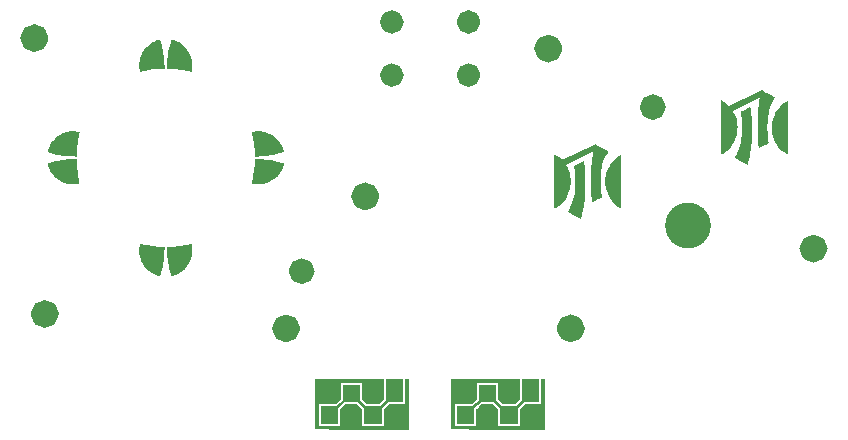
<source format=gbr>
%TF.GenerationSoftware,KiCad,Pcbnew,8.0.4*%
%TF.CreationDate,2024-08-10T15:07:54-04:00*%
%TF.ProjectId,sp-slab-osh,73702d73-6c61-4622-9d6f-73682e6b6963,rev?*%
%TF.SameCoordinates,Original*%
%TF.FileFunction,Soldermask,Top*%
%TF.FilePolarity,Negative*%
%FSLAX46Y46*%
G04 Gerber Fmt 4.6, Leading zero omitted, Abs format (unit mm)*
G04 Created by KiCad (PCBNEW 8.0.4) date 2024-08-10 15:07:54*
%MOMM*%
%LPD*%
G01*
G04 APERTURE LIST*
%ADD10C,0.000000*%
%ADD11C,1.200000*%
%ADD12C,1.000000*%
%ADD13C,1.100000*%
%ADD14C,1.950000*%
G04 APERTURE END LIST*
D10*
G36*
X63189420Y-77825030D02*
G01*
X63295510Y-77828860D01*
X63295870Y-77828880D01*
X63331940Y-77831480D01*
X63332100Y-77831500D01*
X63373160Y-77835150D01*
X63373300Y-77835160D01*
X63413380Y-77839300D01*
X63413540Y-77839320D01*
X63437130Y-77842120D01*
X63437340Y-77842140D01*
X63463830Y-77845870D01*
X63464000Y-77845890D01*
X63495220Y-77850840D01*
X63495340Y-77850860D01*
X63529540Y-77856700D01*
X63529630Y-77856710D01*
X63565060Y-77863100D01*
X63565150Y-77863110D01*
X63600050Y-77869710D01*
X63600140Y-77869720D01*
X63632750Y-77876180D01*
X63632860Y-77876210D01*
X63661430Y-77882200D01*
X63661600Y-77882240D01*
X63684360Y-77887420D01*
X63684710Y-77887510D01*
X63699920Y-77891550D01*
X63701150Y-77891970D01*
X63706930Y-77894340D01*
X63712350Y-77899740D01*
X63713120Y-77903790D01*
X63712990Y-77910090D01*
X63712870Y-77911440D01*
X63710450Y-77926860D01*
X63710400Y-77927190D01*
X63706010Y-77950110D01*
X63705980Y-77950280D01*
X63699940Y-77979080D01*
X63699910Y-77979210D01*
X63692530Y-78012280D01*
X63692510Y-78012350D01*
X63689430Y-78025700D01*
X63630880Y-78297880D01*
X63580930Y-78576300D01*
X63539700Y-78860120D01*
X63507290Y-79148630D01*
X63483830Y-79440970D01*
X63483340Y-79448720D01*
X63480460Y-79496530D01*
X63477590Y-79549070D01*
X63474790Y-79604520D01*
X63472160Y-79661020D01*
X63469760Y-79716730D01*
X63467670Y-79769800D01*
X63465970Y-79818360D01*
X63464740Y-79860580D01*
X63464060Y-79894490D01*
X63463950Y-79908730D01*
X63463880Y-79955100D01*
X63460940Y-79962160D01*
X63453710Y-79965080D01*
X63239740Y-79961490D01*
X63239590Y-79961490D01*
X62985100Y-79953490D01*
X62984790Y-79953470D01*
X62737290Y-79938030D01*
X62736970Y-79938010D01*
X62495150Y-79914950D01*
X62494810Y-79914910D01*
X62257360Y-79884070D01*
X62257010Y-79884020D01*
X62022600Y-79845220D01*
X62022260Y-79845160D01*
X61789590Y-79798240D01*
X61789250Y-79798160D01*
X61556990Y-79742940D01*
X61556830Y-79742900D01*
X61554680Y-79742350D01*
X61554620Y-79742340D01*
X61506790Y-79729780D01*
X61506690Y-79729750D01*
X61455860Y-79715840D01*
X61455780Y-79715820D01*
X61402990Y-79700870D01*
X61402920Y-79700850D01*
X61349230Y-79685220D01*
X61349160Y-79685200D01*
X61295620Y-79669210D01*
X61295560Y-79669190D01*
X61243210Y-79653180D01*
X61243150Y-79653160D01*
X61193050Y-79637460D01*
X61192980Y-79637430D01*
X61146190Y-79622370D01*
X61146100Y-79622340D01*
X61103660Y-79608260D01*
X61103550Y-79608220D01*
X61066520Y-79595450D01*
X61066360Y-79595400D01*
X61035780Y-79584270D01*
X61035510Y-79584170D01*
X61012440Y-79575020D01*
X61011860Y-79574770D01*
X60997350Y-79567930D01*
X60995170Y-79566540D01*
X60990270Y-79562410D01*
X60986740Y-79555620D01*
X60986810Y-79553290D01*
X60988410Y-79542500D01*
X60988560Y-79541740D01*
X60992990Y-79522410D01*
X60993060Y-79522130D01*
X60999770Y-79496230D01*
X60999820Y-79496070D01*
X61008260Y-79465570D01*
X61008290Y-79465450D01*
X61017920Y-79432310D01*
X61017950Y-79432200D01*
X61028200Y-79398400D01*
X61028240Y-79398280D01*
X61038560Y-79365780D01*
X61038590Y-79365670D01*
X61043420Y-79351100D01*
X61043550Y-79350720D01*
X61098050Y-79205850D01*
X61098320Y-79205200D01*
X61162770Y-79064720D01*
X61163080Y-79064090D01*
X61237100Y-78928530D01*
X61237450Y-78927930D01*
X61320640Y-78797800D01*
X61321030Y-78797240D01*
X61413010Y-78673070D01*
X61413440Y-78672530D01*
X61513810Y-78554840D01*
X61514280Y-78554330D01*
X61622660Y-78443640D01*
X61623160Y-78443170D01*
X61739170Y-78340000D01*
X61739700Y-78339550D01*
X61862940Y-78244420D01*
X61863250Y-78244190D01*
X61876010Y-78235110D01*
X61876320Y-78234890D01*
X62007070Y-78149120D01*
X62007670Y-78148760D01*
X62143240Y-78072740D01*
X62143860Y-78072420D01*
X62283740Y-78006320D01*
X62284380Y-78006040D01*
X62428060Y-77949990D01*
X62428720Y-77949760D01*
X62575680Y-77903910D01*
X62576350Y-77903730D01*
X62726080Y-77868230D01*
X62726770Y-77868090D01*
X62878750Y-77843090D01*
X62879450Y-77843000D01*
X63033170Y-77828640D01*
X63033870Y-77828600D01*
X63188820Y-77825020D01*
X63189420Y-77825030D01*
G37*
G36*
X78935580Y-77830640D02*
G01*
X78936180Y-77830660D01*
X79072500Y-77839420D01*
X79073150Y-77839480D01*
X79206470Y-77856730D01*
X79207120Y-77856840D01*
X79339810Y-77882890D01*
X79340390Y-77883020D01*
X79462660Y-77914640D01*
X79463260Y-77914810D01*
X79610410Y-77962710D01*
X79611070Y-77962960D01*
X79753660Y-78020700D01*
X79754290Y-78020980D01*
X79891910Y-78088160D01*
X79892520Y-78088490D01*
X80024740Y-78164720D01*
X80025320Y-78165080D01*
X80151740Y-78249960D01*
X80152280Y-78250360D01*
X80272470Y-78343500D01*
X80272990Y-78343930D01*
X80386520Y-78444920D01*
X80387010Y-78445390D01*
X80493490Y-78553840D01*
X80493940Y-78554340D01*
X80592930Y-78669850D01*
X80593350Y-78670380D01*
X80684440Y-78792560D01*
X80684830Y-78793120D01*
X80767600Y-78921570D01*
X80767950Y-78922160D01*
X80841990Y-79056480D01*
X80842300Y-79057090D01*
X80907180Y-79196890D01*
X80907450Y-79197520D01*
X80961340Y-79338270D01*
X80961490Y-79338680D01*
X80972750Y-79372450D01*
X80972800Y-79372610D01*
X80983920Y-79407880D01*
X80983960Y-79408020D01*
X80994460Y-79443080D01*
X80994500Y-79443210D01*
X81003910Y-79476340D01*
X81003960Y-79476500D01*
X81011810Y-79505980D01*
X81011860Y-79506210D01*
X81017680Y-79530340D01*
X81017780Y-79530780D01*
X81021090Y-79547830D01*
X81021260Y-79549320D01*
X81021600Y-79557560D01*
X81018970Y-79564750D01*
X81016950Y-79566430D01*
X81011030Y-79570160D01*
X81009640Y-79570900D01*
X80994420Y-79577430D01*
X80994050Y-79577580D01*
X80970770Y-79586490D01*
X80970600Y-79586560D01*
X80940520Y-79597430D01*
X80940410Y-79597470D01*
X80904790Y-79609890D01*
X80904710Y-79609910D01*
X80864800Y-79623450D01*
X80864730Y-79623470D01*
X80821780Y-79637710D01*
X80821730Y-79637730D01*
X80777000Y-79652240D01*
X80776940Y-79652260D01*
X80731680Y-79666640D01*
X80731620Y-79666660D01*
X80687090Y-79680480D01*
X80687010Y-79680500D01*
X80644470Y-79693350D01*
X80644370Y-79693370D01*
X80605060Y-79704820D01*
X80604990Y-79704840D01*
X80600790Y-79706030D01*
X80600590Y-79706080D01*
X80361880Y-79768500D01*
X80361500Y-79768590D01*
X80116490Y-79822710D01*
X80116130Y-79822780D01*
X79866030Y-79868420D01*
X79865670Y-79868480D01*
X79611680Y-79905450D01*
X79611330Y-79905490D01*
X79354670Y-79933600D01*
X79354310Y-79933640D01*
X79096170Y-79952700D01*
X79095930Y-79952710D01*
X78998460Y-79957510D01*
X78998350Y-79957520D01*
X78946760Y-79959510D01*
X78946700Y-79959520D01*
X78892460Y-79961270D01*
X78892400Y-79961270D01*
X78837320Y-79962750D01*
X78837270Y-79962750D01*
X78783140Y-79963920D01*
X78783090Y-79963920D01*
X78731720Y-79964760D01*
X78731650Y-79964760D01*
X78684840Y-79965220D01*
X78684750Y-79965220D01*
X78644290Y-79965290D01*
X78644160Y-79965290D01*
X78611850Y-79964920D01*
X78611660Y-79964920D01*
X78596950Y-79964480D01*
X78596840Y-79964470D01*
X78557810Y-79962870D01*
X78550860Y-79959660D01*
X78548220Y-79953230D01*
X78541530Y-79761570D01*
X78532020Y-79546110D01*
X78518730Y-79338650D01*
X78501450Y-79137110D01*
X78479920Y-78938830D01*
X78453950Y-78741730D01*
X78423260Y-78543170D01*
X78421590Y-78533110D01*
X78407370Y-78450890D01*
X78391620Y-78365300D01*
X78374860Y-78278870D01*
X78357490Y-78193660D01*
X78340060Y-78112290D01*
X78323060Y-78037150D01*
X78306920Y-77970400D01*
X78306050Y-77966940D01*
X78306040Y-77966920D01*
X78300340Y-77944110D01*
X78300320Y-77944050D01*
X78295810Y-77925510D01*
X78295780Y-77925400D01*
X78293040Y-77913570D01*
X78292950Y-77913160D01*
X78292400Y-77910210D01*
X78293970Y-77902720D01*
X78297710Y-77899430D01*
X78302850Y-77896840D01*
X78304540Y-77896170D01*
X78318750Y-77892000D01*
X78319160Y-77891890D01*
X78340660Y-77886540D01*
X78340860Y-77886490D01*
X78367870Y-77880390D01*
X78368010Y-77880360D01*
X78398730Y-77873890D01*
X78398860Y-77873860D01*
X78431510Y-77867440D01*
X78431640Y-77867410D01*
X78460550Y-77862130D01*
X78460740Y-77862090D01*
X78527010Y-77851250D01*
X78527310Y-77851210D01*
X78589090Y-77842980D01*
X78589430Y-77842940D01*
X78650500Y-77836960D01*
X78650840Y-77836940D01*
X78714980Y-77832850D01*
X78715260Y-77832830D01*
X78786240Y-77830260D01*
X78786360Y-77830260D01*
X78793620Y-77830080D01*
X78793910Y-77830080D01*
X78935580Y-77830640D01*
G37*
D11*
X61363030Y-93295350D02*
G75*
G02*
X60163030Y-93295350I-600000J0D01*
G01*
X60163030Y-93295350D02*
G75*
G02*
X61363030Y-93295350I600000J0D01*
G01*
D10*
G36*
X121543220Y-74371790D02*
G01*
X121546890Y-74373090D01*
X121630690Y-74423030D01*
X121633580Y-74425650D01*
X121691890Y-74503850D01*
X121693560Y-74507370D01*
X121717500Y-74601930D01*
X121717700Y-74605830D01*
X121703630Y-74702360D01*
X121702330Y-74706030D01*
X121652390Y-74789830D01*
X121649770Y-74792720D01*
X121571570Y-74851030D01*
X121569890Y-74852040D01*
X118994520Y-76077990D01*
X119055700Y-76172550D01*
X119056150Y-76173320D01*
X119164220Y-76378080D01*
X119164590Y-76378870D01*
X119254240Y-76592190D01*
X119254550Y-76593010D01*
X119325270Y-76813390D01*
X119325500Y-76814230D01*
X119376800Y-77040190D01*
X119376950Y-77041050D01*
X119408310Y-77271070D01*
X119408390Y-77271960D01*
X119419290Y-77504550D01*
X119419300Y-77505450D01*
X119409250Y-77739120D01*
X119409160Y-77740030D01*
X119377650Y-77973280D01*
X119377520Y-77974020D01*
X119346710Y-78118880D01*
X119346520Y-78119610D01*
X119280760Y-78343830D01*
X119280460Y-78344690D01*
X119194300Y-78563000D01*
X119193940Y-78563800D01*
X119088700Y-78774100D01*
X119088280Y-78774860D01*
X118965290Y-78975050D01*
X118964800Y-78975770D01*
X118825390Y-79163770D01*
X118824830Y-79164460D01*
X118670300Y-79338150D01*
X118669660Y-79338810D01*
X118501350Y-79496110D01*
X118500900Y-79496510D01*
X118452920Y-79536170D01*
X118452660Y-79536380D01*
X118411060Y-79568540D01*
X118410850Y-79568700D01*
X118361140Y-79605080D01*
X118361000Y-79605180D01*
X118306640Y-79643480D01*
X118306520Y-79643570D01*
X118250970Y-79681490D01*
X118250850Y-79681570D01*
X118197560Y-79716820D01*
X118197410Y-79716910D01*
X118149830Y-79747180D01*
X118149600Y-79747320D01*
X118111200Y-79770310D01*
X118110680Y-79770600D01*
X118084900Y-79784010D01*
X118082020Y-79784990D01*
X118069880Y-79787130D01*
X118068140Y-79787280D01*
X118018140Y-79787280D01*
X118011070Y-79784350D01*
X118008140Y-79777280D01*
X118008140Y-75227280D01*
X118011070Y-75220210D01*
X118018310Y-75217280D01*
X118072090Y-75218220D01*
X118075420Y-75218850D01*
X118092420Y-75225210D01*
X118093760Y-75225820D01*
X118125490Y-75243390D01*
X118125880Y-75243620D01*
X118168960Y-75270140D01*
X118169170Y-75270270D01*
X118220190Y-75303470D01*
X118220340Y-75303570D01*
X118275930Y-75341190D01*
X118276070Y-75341280D01*
X118332830Y-75381070D01*
X118332970Y-75381170D01*
X118387520Y-75420860D01*
X118387700Y-75420990D01*
X118436650Y-75458310D01*
X118436800Y-75458430D01*
X118447240Y-75466710D01*
X118447640Y-75467040D01*
X118624290Y-75622570D01*
X118624960Y-75623210D01*
X118660600Y-75661030D01*
X121346390Y-74382520D01*
X121348230Y-74381860D01*
X121442800Y-74357920D01*
X121446690Y-74357720D01*
X121543220Y-74371790D01*
G37*
D11*
X126442810Y-87762140D02*
G75*
G02*
X125242810Y-87762140I-600000J0D01*
G01*
X125242810Y-87762140D02*
G75*
G02*
X126442810Y-87762140I600000J0D01*
G01*
X105890000Y-94520000D02*
G75*
G02*
X104690000Y-94520000I-600000J0D01*
G01*
X104690000Y-94520000D02*
G75*
G02*
X105890000Y-94520000I600000J0D01*
G01*
D12*
X97140010Y-73074190D02*
G75*
G02*
X96140010Y-73074190I-500000J0D01*
G01*
X96140010Y-73074190D02*
G75*
G02*
X97140010Y-73074190I500000J0D01*
G01*
D11*
X88490930Y-83342230D02*
G75*
G02*
X87290930Y-83342230I-600000J0D01*
G01*
X87290930Y-83342230D02*
G75*
G02*
X88490930Y-83342230I600000J0D01*
G01*
D10*
G36*
X102632480Y-98793490D02*
G01*
X102635410Y-98800560D01*
X102635410Y-100721440D01*
X102632480Y-100728510D01*
X102625410Y-100731440D01*
X101981470Y-100731440D01*
X101341670Y-100731440D01*
X101067790Y-101005340D01*
X100793910Y-101279240D01*
X100793910Y-102562940D01*
X100790980Y-102570010D01*
X100783910Y-102572940D01*
X99351190Y-102572940D01*
X99344120Y-102570010D01*
X99341190Y-102562940D01*
X99341190Y-101283210D01*
X98801360Y-100743340D01*
X97666600Y-100743340D01*
X97398680Y-101011290D01*
X97130750Y-101279240D01*
X97130750Y-101919020D01*
X97130750Y-102562940D01*
X97127820Y-102570010D01*
X97120750Y-102572940D01*
X95688030Y-102572940D01*
X95680960Y-102570010D01*
X95678030Y-102562940D01*
X95678030Y-101130220D01*
X95680960Y-101123150D01*
X95688030Y-101120220D01*
X96971770Y-101120220D01*
X97239700Y-100852270D01*
X97507620Y-100584320D01*
X97507620Y-99300620D01*
X97510550Y-99293550D01*
X97517620Y-99290620D01*
X98950340Y-99290620D01*
X98957410Y-99293550D01*
X98960340Y-99300620D01*
X98960340Y-100584360D01*
X99228290Y-100852290D01*
X99496240Y-101120220D01*
X100634930Y-101120220D01*
X100908810Y-100846320D01*
X101182690Y-100572410D01*
X101182690Y-98800560D01*
X101185620Y-98793490D01*
X101192690Y-98790560D01*
X102625410Y-98790560D01*
X102632480Y-98793490D01*
G37*
D13*
X83061590Y-89675820D02*
G75*
G02*
X81961590Y-89675820I-550000J0D01*
G01*
X81961590Y-89675820D02*
G75*
G02*
X83061590Y-89675820I550000J0D01*
G01*
D10*
G36*
X68845860Y-87361340D02*
G01*
X68847210Y-87361460D01*
X68862630Y-87363880D01*
X68862960Y-87363930D01*
X68885880Y-87368320D01*
X68886050Y-87368350D01*
X68914850Y-87374390D01*
X68914980Y-87374420D01*
X68948050Y-87381800D01*
X68948120Y-87381820D01*
X68961470Y-87384900D01*
X69233650Y-87443450D01*
X69512070Y-87493400D01*
X69795890Y-87534630D01*
X70084400Y-87567040D01*
X70376740Y-87590500D01*
X70384490Y-87590990D01*
X70432300Y-87593870D01*
X70484840Y-87596740D01*
X70540290Y-87599540D01*
X70596790Y-87602170D01*
X70652500Y-87604570D01*
X70705570Y-87606660D01*
X70754130Y-87608360D01*
X70796350Y-87609590D01*
X70830260Y-87610270D01*
X70844500Y-87610380D01*
X70890870Y-87610450D01*
X70897930Y-87613390D01*
X70900850Y-87620620D01*
X70897260Y-87834590D01*
X70897260Y-87834740D01*
X70889260Y-88089230D01*
X70889240Y-88089540D01*
X70873800Y-88337040D01*
X70873780Y-88337360D01*
X70850720Y-88579180D01*
X70850680Y-88579520D01*
X70819840Y-88816970D01*
X70819790Y-88817320D01*
X70780990Y-89051730D01*
X70780930Y-89052070D01*
X70734010Y-89284740D01*
X70733930Y-89285080D01*
X70678710Y-89517340D01*
X70678670Y-89517500D01*
X70678120Y-89519650D01*
X70678110Y-89519710D01*
X70665550Y-89567540D01*
X70665520Y-89567640D01*
X70651610Y-89618470D01*
X70651590Y-89618550D01*
X70636640Y-89671340D01*
X70636620Y-89671410D01*
X70620990Y-89725100D01*
X70620970Y-89725170D01*
X70604980Y-89778710D01*
X70604960Y-89778770D01*
X70588950Y-89831120D01*
X70588930Y-89831180D01*
X70573230Y-89881280D01*
X70573200Y-89881350D01*
X70558140Y-89928140D01*
X70558110Y-89928230D01*
X70544030Y-89970670D01*
X70543990Y-89970780D01*
X70531220Y-90007810D01*
X70531170Y-90007970D01*
X70520040Y-90038550D01*
X70519940Y-90038820D01*
X70510790Y-90061890D01*
X70510540Y-90062470D01*
X70503700Y-90076980D01*
X70502310Y-90079160D01*
X70498180Y-90084060D01*
X70491390Y-90087590D01*
X70489060Y-90087520D01*
X70478270Y-90085920D01*
X70477510Y-90085770D01*
X70458180Y-90081340D01*
X70457900Y-90081270D01*
X70432000Y-90074560D01*
X70431840Y-90074510D01*
X70401340Y-90066070D01*
X70401220Y-90066040D01*
X70368080Y-90056410D01*
X70367970Y-90056380D01*
X70334170Y-90046130D01*
X70334050Y-90046090D01*
X70301550Y-90035770D01*
X70301440Y-90035740D01*
X70286870Y-90030910D01*
X70286490Y-90030780D01*
X70141620Y-89976280D01*
X70140970Y-89976010D01*
X70000490Y-89911560D01*
X69999860Y-89911250D01*
X69864300Y-89837230D01*
X69863700Y-89836880D01*
X69733570Y-89753690D01*
X69733010Y-89753300D01*
X69608840Y-89661320D01*
X69608300Y-89660890D01*
X69490610Y-89560520D01*
X69490100Y-89560050D01*
X69379410Y-89451670D01*
X69378940Y-89451170D01*
X69275770Y-89335160D01*
X69275320Y-89334630D01*
X69180190Y-89211390D01*
X69179960Y-89211080D01*
X69170880Y-89198320D01*
X69170660Y-89198010D01*
X69084890Y-89067260D01*
X69084530Y-89066660D01*
X69008510Y-88931090D01*
X69008190Y-88930470D01*
X68942090Y-88790590D01*
X68941810Y-88789950D01*
X68885760Y-88646270D01*
X68885530Y-88645610D01*
X68839680Y-88498650D01*
X68839500Y-88497980D01*
X68804000Y-88348250D01*
X68803860Y-88347560D01*
X68778860Y-88195580D01*
X68778770Y-88194880D01*
X68764410Y-88041160D01*
X68764370Y-88040460D01*
X68760790Y-87885510D01*
X68760800Y-87884910D01*
X68764630Y-87778820D01*
X68764650Y-87778460D01*
X68767250Y-87742390D01*
X68767270Y-87742230D01*
X68770920Y-87701170D01*
X68770930Y-87701030D01*
X68775070Y-87660950D01*
X68775090Y-87660790D01*
X68777890Y-87637200D01*
X68777910Y-87636990D01*
X68781640Y-87610500D01*
X68781660Y-87610330D01*
X68786610Y-87579110D01*
X68786630Y-87578990D01*
X68792470Y-87544790D01*
X68792480Y-87544700D01*
X68798870Y-87509270D01*
X68798880Y-87509180D01*
X68805480Y-87474280D01*
X68805490Y-87474190D01*
X68811950Y-87441580D01*
X68811980Y-87441470D01*
X68817970Y-87412900D01*
X68818010Y-87412730D01*
X68823190Y-87389970D01*
X68823280Y-87389620D01*
X68827320Y-87374410D01*
X68827740Y-87373180D01*
X68830110Y-87367400D01*
X68835510Y-87361980D01*
X68839560Y-87361210D01*
X68845860Y-87361340D01*
G37*
D11*
X103990010Y-70824190D02*
G75*
G02*
X102790010Y-70824190I-600000J0D01*
G01*
X102790010Y-70824190D02*
G75*
G02*
X103990010Y-70824190I600000J0D01*
G01*
D10*
G36*
X89476320Y-98793690D02*
G01*
X89479250Y-98800760D01*
X89479250Y-99649000D01*
X89479250Y-100497230D01*
X89476320Y-100504300D01*
X89259080Y-100721680D01*
X89041840Y-100939050D01*
X89034770Y-100941980D01*
X88046430Y-100941980D01*
X88039350Y-100939050D01*
X87828030Y-100727700D01*
X87616710Y-100516350D01*
X87613780Y-100509280D01*
X87613780Y-99112390D01*
X85804190Y-99112390D01*
X85804190Y-100509340D01*
X85801260Y-100516410D01*
X85589910Y-100727730D01*
X85378560Y-100939050D01*
X85371490Y-100941980D01*
X83974590Y-100941980D01*
X83974590Y-102751570D01*
X85784190Y-102751570D01*
X85784190Y-101354620D01*
X85787120Y-101347550D01*
X85998470Y-101136230D01*
X86209810Y-100924910D01*
X86216890Y-100921980D01*
X87201140Y-100921980D01*
X87208210Y-100924910D01*
X87421510Y-101138240D01*
X87634820Y-101351580D01*
X87637750Y-101358650D01*
X87637750Y-102060110D01*
X87637750Y-102751570D01*
X89447340Y-102751570D01*
X89447340Y-101354620D01*
X89450270Y-101347550D01*
X89667570Y-101130280D01*
X89884880Y-100913000D01*
X89891950Y-100910070D01*
X91288840Y-100910070D01*
X91288840Y-98800760D01*
X91291770Y-98793690D01*
X91298840Y-98790760D01*
X91600470Y-98790760D01*
X91607540Y-98793690D01*
X91610470Y-98800760D01*
X91610470Y-103067170D01*
X91607540Y-103074240D01*
X91600470Y-103077170D01*
X87632380Y-103077170D01*
X87455060Y-103077170D01*
X87279670Y-103077160D01*
X87106380Y-103077140D01*
X86935350Y-103077130D01*
X86766750Y-103077100D01*
X86600750Y-103077080D01*
X86437520Y-103077040D01*
X86277220Y-103077010D01*
X86120030Y-103076970D01*
X85966110Y-103076920D01*
X85815630Y-103076870D01*
X85668760Y-103076820D01*
X85525670Y-103076760D01*
X85386520Y-103076700D01*
X85251490Y-103076640D01*
X85120740Y-103076570D01*
X84994430Y-103076500D01*
X84872750Y-103076420D01*
X84755850Y-103076340D01*
X84643910Y-103076260D01*
X84537090Y-103076170D01*
X84435560Y-103076090D01*
X84339490Y-103076000D01*
X84249040Y-103075900D01*
X84164390Y-103075810D01*
X84085710Y-103075710D01*
X84013150Y-103075610D01*
X83946900Y-103075500D01*
X83887110Y-103075400D01*
X83833960Y-103075290D01*
X83787620Y-103075180D01*
X83787610Y-103075180D01*
X83748240Y-103075070D01*
X83748230Y-103075070D01*
X83716000Y-103074960D01*
X83715990Y-103074960D01*
X83691070Y-103074840D01*
X83691050Y-103074840D01*
X83673610Y-103074730D01*
X83673550Y-103074730D01*
X83663760Y-103074610D01*
X83663480Y-103074600D01*
X83661250Y-103074510D01*
X83654300Y-103071310D01*
X83651650Y-103064920D01*
X83651490Y-103060820D01*
X83651480Y-103060560D01*
X83651330Y-103048760D01*
X83651330Y-103048710D01*
X83651170Y-103029430D01*
X83651170Y-103029410D01*
X83651020Y-103002880D01*
X83651020Y-103002870D01*
X83650870Y-102969320D01*
X83650870Y-102969310D01*
X83650720Y-102928980D01*
X83650720Y-102928970D01*
X83650580Y-102882080D01*
X83650440Y-102828850D01*
X83650310Y-102769530D01*
X83650310Y-102769520D01*
X83650180Y-102704330D01*
X83650060Y-102633490D01*
X83649940Y-102557250D01*
X83649940Y-102557240D01*
X83649830Y-102475820D01*
X83649720Y-102389440D01*
X83649620Y-102298340D01*
X83649520Y-102202750D01*
X83649440Y-102102900D01*
X83649440Y-102102890D01*
X83649360Y-101999010D01*
X83649280Y-101891320D01*
X83649220Y-101780060D01*
X83649160Y-101665450D01*
X83649110Y-101547730D01*
X83649070Y-101427130D01*
X83649040Y-101303870D01*
X83649020Y-101178190D01*
X83649000Y-101050310D01*
X83649000Y-100931320D01*
X83649000Y-98800760D01*
X83651930Y-98793690D01*
X83659000Y-98790760D01*
X89469250Y-98790760D01*
X89476320Y-98793690D01*
G37*
D12*
X90640010Y-68574190D02*
G75*
G02*
X89640010Y-68574190I-500000J0D01*
G01*
X89640010Y-68574190D02*
G75*
G02*
X90640010Y-68574190I500000J0D01*
G01*
D10*
G36*
X63398250Y-80173640D02*
G01*
X63398440Y-80173640D01*
X63413150Y-80174080D01*
X63413260Y-80174090D01*
X63452290Y-80175690D01*
X63459240Y-80178900D01*
X63461880Y-80185330D01*
X63468570Y-80376990D01*
X63478080Y-80592450D01*
X63491370Y-80799910D01*
X63508650Y-81001450D01*
X63530180Y-81199730D01*
X63556150Y-81396830D01*
X63586840Y-81595390D01*
X63588510Y-81605450D01*
X63602730Y-81687670D01*
X63618480Y-81773260D01*
X63635240Y-81859690D01*
X63652610Y-81944900D01*
X63670040Y-82026270D01*
X63687040Y-82101410D01*
X63703180Y-82168160D01*
X63704050Y-82171620D01*
X63704060Y-82171640D01*
X63709760Y-82194450D01*
X63709780Y-82194510D01*
X63714290Y-82213050D01*
X63714320Y-82213160D01*
X63717060Y-82224990D01*
X63717150Y-82225400D01*
X63717700Y-82228350D01*
X63716130Y-82235840D01*
X63712390Y-82239130D01*
X63707250Y-82241720D01*
X63705560Y-82242390D01*
X63691350Y-82246560D01*
X63690940Y-82246670D01*
X63669440Y-82252020D01*
X63669240Y-82252070D01*
X63642230Y-82258170D01*
X63642090Y-82258200D01*
X63611370Y-82264670D01*
X63611240Y-82264700D01*
X63578590Y-82271120D01*
X63578460Y-82271150D01*
X63549550Y-82276430D01*
X63549360Y-82276470D01*
X63483090Y-82287310D01*
X63482790Y-82287350D01*
X63421010Y-82295580D01*
X63420670Y-82295620D01*
X63359600Y-82301600D01*
X63359260Y-82301620D01*
X63295120Y-82305710D01*
X63294840Y-82305730D01*
X63223860Y-82308300D01*
X63223740Y-82308300D01*
X63216480Y-82308480D01*
X63216190Y-82308480D01*
X63074520Y-82307920D01*
X63073920Y-82307900D01*
X62937600Y-82299140D01*
X62936950Y-82299080D01*
X62803630Y-82281830D01*
X62802980Y-82281720D01*
X62670290Y-82255670D01*
X62669710Y-82255540D01*
X62547440Y-82223920D01*
X62546840Y-82223750D01*
X62399690Y-82175850D01*
X62399030Y-82175600D01*
X62256440Y-82117860D01*
X62255810Y-82117580D01*
X62118190Y-82050400D01*
X62117580Y-82050070D01*
X61985360Y-81973840D01*
X61984780Y-81973480D01*
X61858360Y-81888600D01*
X61857820Y-81888200D01*
X61737630Y-81795060D01*
X61737110Y-81794630D01*
X61623580Y-81693640D01*
X61623090Y-81693170D01*
X61516610Y-81584720D01*
X61516160Y-81584220D01*
X61417170Y-81468710D01*
X61416750Y-81468180D01*
X61325660Y-81346000D01*
X61325270Y-81345440D01*
X61242500Y-81216990D01*
X61242150Y-81216400D01*
X61168110Y-81082080D01*
X61167800Y-81081470D01*
X61102920Y-80941670D01*
X61102650Y-80941040D01*
X61048760Y-80800290D01*
X61048610Y-80799880D01*
X61037350Y-80766110D01*
X61037300Y-80765950D01*
X61026180Y-80730680D01*
X61026140Y-80730540D01*
X61015640Y-80695480D01*
X61015600Y-80695350D01*
X61006190Y-80662220D01*
X61006140Y-80662060D01*
X60998290Y-80632580D01*
X60998240Y-80632350D01*
X60992420Y-80608220D01*
X60992320Y-80607780D01*
X60989010Y-80590730D01*
X60988840Y-80589240D01*
X60988500Y-80581000D01*
X60991130Y-80573810D01*
X60993150Y-80572130D01*
X60999070Y-80568400D01*
X61000460Y-80567660D01*
X61015680Y-80561130D01*
X61016050Y-80560980D01*
X61039330Y-80552070D01*
X61039500Y-80552000D01*
X61069580Y-80541130D01*
X61069690Y-80541090D01*
X61105310Y-80528670D01*
X61105390Y-80528650D01*
X61145300Y-80515110D01*
X61145370Y-80515090D01*
X61188320Y-80500850D01*
X61188370Y-80500830D01*
X61233100Y-80486320D01*
X61233160Y-80486300D01*
X61278420Y-80471920D01*
X61278480Y-80471900D01*
X61323010Y-80458080D01*
X61323090Y-80458060D01*
X61365630Y-80445210D01*
X61365730Y-80445190D01*
X61405040Y-80433740D01*
X61405110Y-80433720D01*
X61409310Y-80432530D01*
X61409510Y-80432480D01*
X61648220Y-80370060D01*
X61648600Y-80369970D01*
X61893610Y-80315850D01*
X61893970Y-80315780D01*
X62144070Y-80270140D01*
X62144430Y-80270080D01*
X62398420Y-80233110D01*
X62398770Y-80233070D01*
X62655430Y-80204960D01*
X62655790Y-80204920D01*
X62913930Y-80185860D01*
X62914170Y-80185850D01*
X63011640Y-80181050D01*
X63011750Y-80181040D01*
X63063340Y-80179050D01*
X63063400Y-80179040D01*
X63117640Y-80177290D01*
X63117700Y-80177290D01*
X63172780Y-80175810D01*
X63172830Y-80175810D01*
X63226960Y-80174640D01*
X63227010Y-80174640D01*
X63278380Y-80173800D01*
X63278450Y-80173800D01*
X63325260Y-80173340D01*
X63325350Y-80173340D01*
X63365810Y-80173270D01*
X63365940Y-80173270D01*
X63398250Y-80173640D01*
G37*
D12*
X97140010Y-68574190D02*
G75*
G02*
X96140010Y-68574190I-500000J0D01*
G01*
X96140010Y-68574190D02*
G75*
G02*
X97140010Y-68574190I500000J0D01*
G01*
D10*
G36*
X109586430Y-79776730D02*
G01*
X109588110Y-79782280D01*
X109588110Y-84372280D01*
X109585180Y-84379350D01*
X109578110Y-84382280D01*
X109572560Y-84380600D01*
X109557960Y-84370870D01*
X109551280Y-84367380D01*
X109550900Y-84367170D01*
X109526530Y-84353070D01*
X109526410Y-84353010D01*
X109493190Y-84333210D01*
X109493150Y-84333180D01*
X109492280Y-84332660D01*
X109491900Y-84332420D01*
X109288090Y-84196830D01*
X109287370Y-84196300D01*
X109098720Y-84044840D01*
X109098050Y-84044250D01*
X108925370Y-83877990D01*
X108924750Y-83877330D01*
X108768830Y-83697330D01*
X108768270Y-83696620D01*
X108629900Y-83503940D01*
X108629400Y-83503170D01*
X108509370Y-83298870D01*
X108508940Y-83298060D01*
X108408050Y-83083190D01*
X108407700Y-83082330D01*
X108326730Y-82857960D01*
X108326510Y-82857270D01*
X108289210Y-82724090D01*
X108289100Y-82723660D01*
X108259960Y-82598560D01*
X108259870Y-82598110D01*
X108238490Y-82483060D01*
X108238400Y-82482510D01*
X108223890Y-82370010D01*
X108223840Y-82369450D01*
X108215300Y-82252000D01*
X108215280Y-82251540D01*
X108211810Y-82121650D01*
X108211800Y-82121430D01*
X108211610Y-82077970D01*
X108211620Y-82077550D01*
X108220360Y-81845690D01*
X108220430Y-81844860D01*
X108247190Y-81624070D01*
X108247340Y-81623180D01*
X108292940Y-81409910D01*
X108293180Y-81409030D01*
X108358430Y-81199730D01*
X108358720Y-81198910D01*
X108444440Y-80990060D01*
X108444650Y-80989570D01*
X108476570Y-80922180D01*
X108476840Y-80921650D01*
X108584920Y-80724730D01*
X108585390Y-80723960D01*
X108712900Y-80534440D01*
X108713410Y-80533750D01*
X108858020Y-80354130D01*
X108858570Y-80353500D01*
X109017930Y-80186290D01*
X109018530Y-80185700D01*
X109190320Y-80033410D01*
X109190990Y-80032860D01*
X109372860Y-79898000D01*
X109373520Y-79897550D01*
X109510120Y-79812220D01*
X109510430Y-79812040D01*
X109547580Y-79790610D01*
X109572560Y-79773960D01*
X109580070Y-79772470D01*
X109586430Y-79776730D01*
G37*
D14*
X116189960Y-85805570D02*
G75*
G02*
X114239960Y-85805570I-975000J0D01*
G01*
X114239960Y-85805570D02*
G75*
G02*
X116189960Y-85805570I975000J0D01*
G01*
D12*
X90640010Y-73074190D02*
G75*
G02*
X89640010Y-73074190I-500000J0D01*
G01*
X89640010Y-73074190D02*
G75*
G02*
X90640010Y-73074190I500000J0D01*
G01*
D10*
G36*
X106373160Y-80358610D02*
G01*
X106377970Y-80363420D01*
X106382590Y-80373300D01*
X106382860Y-80373940D01*
X106393100Y-80400460D01*
X106393170Y-80400620D01*
X106407250Y-80439090D01*
X106407280Y-80439180D01*
X106415790Y-80463080D01*
X106415840Y-80463220D01*
X106423940Y-80487090D01*
X106424060Y-80487440D01*
X106431180Y-80511280D01*
X106431310Y-80511750D01*
X106437650Y-80537490D01*
X106437750Y-80537970D01*
X106443490Y-80567510D01*
X106443570Y-80567920D01*
X106448900Y-80603190D01*
X106448940Y-80603500D01*
X106454060Y-80646400D01*
X106454080Y-80646620D01*
X106459180Y-80699080D01*
X106459190Y-80699220D01*
X106464440Y-80763150D01*
X106464450Y-80763250D01*
X106470060Y-80840560D01*
X106470060Y-80840620D01*
X106476210Y-80933240D01*
X106476210Y-80933270D01*
X106483090Y-81043110D01*
X106483100Y-81043130D01*
X106490900Y-81172090D01*
X106490900Y-81172100D01*
X106497740Y-81287110D01*
X106497750Y-81287210D01*
X106501980Y-81373000D01*
X106501980Y-81373130D01*
X106505750Y-81478030D01*
X106505750Y-81478120D01*
X106509040Y-81598680D01*
X106509040Y-81598750D01*
X106511820Y-81731520D01*
X106511820Y-81731570D01*
X106514060Y-81873090D01*
X106514060Y-81873140D01*
X106515730Y-82019950D01*
X106515730Y-82019990D01*
X106516820Y-82168650D01*
X106516820Y-82168690D01*
X106517300Y-82315730D01*
X106517300Y-82315770D01*
X106517140Y-82457740D01*
X106517140Y-82457790D01*
X106516320Y-82591230D01*
X106516310Y-82591300D01*
X106514800Y-82712750D01*
X106514800Y-82712840D01*
X106512570Y-82818850D01*
X106512560Y-82818980D01*
X106509750Y-82902350D01*
X106509750Y-82902550D01*
X106490050Y-83269690D01*
X106490040Y-83269930D01*
X106463200Y-83616440D01*
X106463180Y-83616710D01*
X106429220Y-83942460D01*
X106429180Y-83942760D01*
X106388110Y-84247630D01*
X106388060Y-84247960D01*
X106339900Y-84531810D01*
X106339830Y-84532190D01*
X106284600Y-84794880D01*
X106284500Y-84795320D01*
X106222220Y-85036730D01*
X106222130Y-85037050D01*
X106200960Y-85108990D01*
X106200900Y-85109190D01*
X106186000Y-85156250D01*
X106185920Y-85156510D01*
X106172840Y-85194240D01*
X106172660Y-85194700D01*
X106163000Y-85218670D01*
X106162060Y-85220460D01*
X106157880Y-85226780D01*
X106151530Y-85231050D01*
X106145160Y-85230250D01*
X106134250Y-85224930D01*
X106134010Y-85224810D01*
X106105050Y-85209760D01*
X106105000Y-85209730D01*
X106059840Y-85185910D01*
X106059820Y-85185900D01*
X106000300Y-85154300D01*
X106000280Y-85154300D01*
X105928240Y-85115890D01*
X105928230Y-85115890D01*
X105845480Y-85071660D01*
X105845480Y-85071650D01*
X105753880Y-85022580D01*
X105753870Y-85022570D01*
X105655250Y-84969620D01*
X105599080Y-84939420D01*
X105599070Y-84939410D01*
X105497570Y-84884670D01*
X105497550Y-84884660D01*
X105402270Y-84833030D01*
X105402250Y-84833010D01*
X105315030Y-84785490D01*
X105315000Y-84785480D01*
X105237630Y-84743060D01*
X105237600Y-84743040D01*
X105171900Y-84706730D01*
X105171860Y-84706700D01*
X105119630Y-84677500D01*
X105119550Y-84677450D01*
X105082620Y-84656350D01*
X105082400Y-84656220D01*
X105062560Y-84644220D01*
X105061510Y-84643480D01*
X105058550Y-84641120D01*
X105054840Y-84634430D01*
X105055730Y-84629030D01*
X105061410Y-84617020D01*
X105061780Y-84616320D01*
X105077110Y-84589620D01*
X105077220Y-84589420D01*
X105099670Y-84552350D01*
X105099740Y-84552240D01*
X105119300Y-84520890D01*
X105232500Y-84322910D01*
X105333880Y-84106780D01*
X105423270Y-83873310D01*
X105500300Y-83623630D01*
X105564640Y-83358890D01*
X105615960Y-83080100D01*
X105653920Y-82788390D01*
X105664190Y-82681080D01*
X105673450Y-82551420D01*
X105679800Y-82411340D01*
X105683380Y-82263370D01*
X105684310Y-82109940D01*
X105682700Y-81953840D01*
X105678690Y-81797260D01*
X105672390Y-81642980D01*
X105663930Y-81493550D01*
X105653430Y-81351400D01*
X105641030Y-81219210D01*
X105626840Y-81099390D01*
X105611010Y-80994630D01*
X105593690Y-80907540D01*
X105575010Y-80840500D01*
X105574980Y-80840410D01*
X105563010Y-80805020D01*
X105562960Y-80804880D01*
X105554660Y-80779110D01*
X105554530Y-80778680D01*
X105551840Y-80768870D01*
X105552800Y-80761280D01*
X105556590Y-80757510D01*
X105566290Y-80752060D01*
X105566610Y-80751880D01*
X105593980Y-80737800D01*
X105594040Y-80737770D01*
X105636440Y-80716360D01*
X105636470Y-80716350D01*
X105691270Y-80688900D01*
X105691290Y-80688900D01*
X105755880Y-80656720D01*
X105755890Y-80656710D01*
X105827630Y-80621090D01*
X105827640Y-80621090D01*
X105903920Y-80583320D01*
X105903930Y-80583320D01*
X105982120Y-80544710D01*
X105982130Y-80544700D01*
X106059610Y-80506530D01*
X106059620Y-80506530D01*
X106133750Y-80470100D01*
X106133760Y-80470090D01*
X106201940Y-80436700D01*
X106201950Y-80436690D01*
X106261540Y-80407630D01*
X106261560Y-80407620D01*
X106309930Y-80384190D01*
X106309980Y-80384160D01*
X106344510Y-80367650D01*
X106344660Y-80367590D01*
X106362730Y-80359290D01*
X106363500Y-80358980D01*
X106365510Y-80358250D01*
X106373160Y-80358610D01*
G37*
D13*
X112792900Y-75783530D02*
G75*
G02*
X111692900Y-75783530I-550000J0D01*
G01*
X111692900Y-75783530D02*
G75*
G02*
X112792900Y-75783530I550000J0D01*
G01*
D10*
G36*
X73171610Y-87358200D02*
G01*
X73174900Y-87361940D01*
X73177490Y-87367080D01*
X73178160Y-87368770D01*
X73182330Y-87382980D01*
X73182440Y-87383390D01*
X73187790Y-87404890D01*
X73187840Y-87405090D01*
X73193940Y-87432100D01*
X73193970Y-87432240D01*
X73200440Y-87462960D01*
X73200470Y-87463090D01*
X73206890Y-87495740D01*
X73206920Y-87495870D01*
X73212200Y-87524780D01*
X73212240Y-87524970D01*
X73223080Y-87591240D01*
X73223120Y-87591540D01*
X73231350Y-87653320D01*
X73231390Y-87653660D01*
X73237370Y-87714730D01*
X73237390Y-87715070D01*
X73241480Y-87779210D01*
X73241500Y-87779490D01*
X73244070Y-87850470D01*
X73244070Y-87850590D01*
X73244250Y-87857850D01*
X73244250Y-87858140D01*
X73243690Y-87999810D01*
X73243670Y-88000410D01*
X73234910Y-88136730D01*
X73234850Y-88137380D01*
X73217600Y-88270700D01*
X73217490Y-88271350D01*
X73191440Y-88404040D01*
X73191310Y-88404620D01*
X73159690Y-88526890D01*
X73159520Y-88527490D01*
X73111620Y-88674640D01*
X73111370Y-88675300D01*
X73053630Y-88817890D01*
X73053350Y-88818520D01*
X72986170Y-88956140D01*
X72985840Y-88956750D01*
X72909610Y-89088970D01*
X72909250Y-89089550D01*
X72824370Y-89215970D01*
X72823970Y-89216510D01*
X72730830Y-89336700D01*
X72730400Y-89337220D01*
X72629410Y-89450750D01*
X72628940Y-89451240D01*
X72520490Y-89557720D01*
X72519990Y-89558170D01*
X72404480Y-89657160D01*
X72403950Y-89657580D01*
X72281770Y-89748670D01*
X72281210Y-89749060D01*
X72152760Y-89831830D01*
X72152170Y-89832180D01*
X72017850Y-89906220D01*
X72017240Y-89906530D01*
X71877440Y-89971410D01*
X71876810Y-89971680D01*
X71736060Y-90025570D01*
X71735650Y-90025720D01*
X71701880Y-90036980D01*
X71701720Y-90037030D01*
X71666450Y-90048150D01*
X71666310Y-90048190D01*
X71631250Y-90058690D01*
X71631120Y-90058730D01*
X71597990Y-90068140D01*
X71597830Y-90068190D01*
X71568350Y-90076040D01*
X71568120Y-90076090D01*
X71543990Y-90081910D01*
X71543550Y-90082010D01*
X71526500Y-90085320D01*
X71525010Y-90085490D01*
X71516770Y-90085830D01*
X71509580Y-90083200D01*
X71507900Y-90081180D01*
X71504170Y-90075260D01*
X71503430Y-90073870D01*
X71496900Y-90058650D01*
X71496750Y-90058280D01*
X71487840Y-90035000D01*
X71487770Y-90034830D01*
X71476900Y-90004750D01*
X71476860Y-90004640D01*
X71464440Y-89969020D01*
X71464420Y-89968940D01*
X71450880Y-89929030D01*
X71450860Y-89928960D01*
X71436620Y-89886010D01*
X71436600Y-89885960D01*
X71422090Y-89841230D01*
X71422070Y-89841170D01*
X71407690Y-89795910D01*
X71407670Y-89795850D01*
X71393850Y-89751320D01*
X71393830Y-89751240D01*
X71380980Y-89708700D01*
X71380960Y-89708600D01*
X71369510Y-89669290D01*
X71369490Y-89669220D01*
X71368300Y-89665020D01*
X71368250Y-89664820D01*
X71305830Y-89426110D01*
X71305740Y-89425730D01*
X71251620Y-89180720D01*
X71251550Y-89180360D01*
X71205910Y-88930260D01*
X71205850Y-88929900D01*
X71168880Y-88675910D01*
X71168840Y-88675560D01*
X71140730Y-88418900D01*
X71140690Y-88418540D01*
X71121630Y-88160400D01*
X71121620Y-88160160D01*
X71116820Y-88062690D01*
X71116810Y-88062580D01*
X71114820Y-88010990D01*
X71114810Y-88010930D01*
X71113060Y-87956690D01*
X71113060Y-87956630D01*
X71111580Y-87901550D01*
X71111580Y-87901500D01*
X71110410Y-87847370D01*
X71110410Y-87847320D01*
X71109570Y-87795950D01*
X71109570Y-87795880D01*
X71109110Y-87749070D01*
X71109110Y-87748980D01*
X71109040Y-87708520D01*
X71109040Y-87708390D01*
X71109410Y-87676080D01*
X71109410Y-87675890D01*
X71109850Y-87661180D01*
X71109860Y-87661070D01*
X71111460Y-87622040D01*
X71114670Y-87615090D01*
X71121100Y-87612450D01*
X71312760Y-87605760D01*
X71528220Y-87596250D01*
X71735680Y-87582960D01*
X71937220Y-87565680D01*
X72135500Y-87544150D01*
X72332600Y-87518180D01*
X72531160Y-87487490D01*
X72541220Y-87485820D01*
X72623440Y-87471600D01*
X72709030Y-87455850D01*
X72795460Y-87439090D01*
X72880670Y-87421720D01*
X72962040Y-87404290D01*
X73037180Y-87387290D01*
X73103930Y-87371150D01*
X73107390Y-87370280D01*
X73107410Y-87370270D01*
X73130220Y-87364570D01*
X73130280Y-87364550D01*
X73148820Y-87360040D01*
X73148930Y-87360010D01*
X73160760Y-87357270D01*
X73161170Y-87357180D01*
X73164120Y-87356630D01*
X73171610Y-87358200D01*
G37*
G36*
X71521040Y-70051040D02*
G01*
X71531830Y-70052640D01*
X71532590Y-70052790D01*
X71551920Y-70057220D01*
X71552200Y-70057290D01*
X71578100Y-70064000D01*
X71578260Y-70064050D01*
X71608760Y-70072490D01*
X71608880Y-70072520D01*
X71642020Y-70082150D01*
X71642130Y-70082180D01*
X71675930Y-70092430D01*
X71676050Y-70092470D01*
X71708550Y-70102790D01*
X71708660Y-70102820D01*
X71723230Y-70107650D01*
X71723610Y-70107780D01*
X71868480Y-70162280D01*
X71869130Y-70162550D01*
X72009610Y-70227000D01*
X72010240Y-70227310D01*
X72145800Y-70301330D01*
X72146400Y-70301680D01*
X72276530Y-70384870D01*
X72277090Y-70385260D01*
X72401260Y-70477240D01*
X72401800Y-70477670D01*
X72519490Y-70578040D01*
X72520000Y-70578510D01*
X72630690Y-70686890D01*
X72631160Y-70687390D01*
X72734330Y-70803400D01*
X72734780Y-70803930D01*
X72829910Y-70927170D01*
X72830140Y-70927480D01*
X72839220Y-70940240D01*
X72839440Y-70940550D01*
X72925210Y-71071300D01*
X72925570Y-71071900D01*
X73001590Y-71207470D01*
X73001910Y-71208090D01*
X73068010Y-71347970D01*
X73068290Y-71348610D01*
X73124340Y-71492290D01*
X73124570Y-71492950D01*
X73170420Y-71639910D01*
X73170600Y-71640580D01*
X73206100Y-71790310D01*
X73206240Y-71791000D01*
X73231240Y-71942980D01*
X73231330Y-71943680D01*
X73245690Y-72097400D01*
X73245730Y-72098100D01*
X73249310Y-72253050D01*
X73249300Y-72253650D01*
X73245470Y-72359740D01*
X73245450Y-72360100D01*
X73242850Y-72396170D01*
X73242830Y-72396330D01*
X73239180Y-72437390D01*
X73239170Y-72437530D01*
X73235030Y-72477610D01*
X73235010Y-72477770D01*
X73232210Y-72501360D01*
X73232190Y-72501570D01*
X73228460Y-72528060D01*
X73228440Y-72528230D01*
X73223490Y-72559450D01*
X73223470Y-72559570D01*
X73217630Y-72593770D01*
X73217620Y-72593860D01*
X73211230Y-72629290D01*
X73211220Y-72629380D01*
X73204620Y-72664280D01*
X73204610Y-72664370D01*
X73198150Y-72696980D01*
X73198120Y-72697090D01*
X73192130Y-72725660D01*
X73192090Y-72725830D01*
X73186910Y-72748590D01*
X73186820Y-72748940D01*
X73182780Y-72764150D01*
X73182360Y-72765380D01*
X73179990Y-72771160D01*
X73174590Y-72776580D01*
X73170540Y-72777350D01*
X73164240Y-72777220D01*
X73162890Y-72777100D01*
X73147470Y-72774680D01*
X73147140Y-72774630D01*
X73124220Y-72770240D01*
X73124050Y-72770210D01*
X73095250Y-72764170D01*
X73095120Y-72764140D01*
X73062050Y-72756760D01*
X73061980Y-72756740D01*
X73048630Y-72753660D01*
X72776450Y-72695110D01*
X72498030Y-72645160D01*
X72214210Y-72603930D01*
X71925700Y-72571520D01*
X71633360Y-72548060D01*
X71625610Y-72547570D01*
X71577800Y-72544690D01*
X71525260Y-72541820D01*
X71469810Y-72539020D01*
X71413310Y-72536390D01*
X71357600Y-72533990D01*
X71304530Y-72531900D01*
X71255970Y-72530200D01*
X71213750Y-72528970D01*
X71179840Y-72528290D01*
X71165600Y-72528180D01*
X71119230Y-72528110D01*
X71112170Y-72525170D01*
X71109250Y-72517940D01*
X71112840Y-72303970D01*
X71112840Y-72303820D01*
X71120840Y-72049330D01*
X71120860Y-72049020D01*
X71136300Y-71801520D01*
X71136320Y-71801200D01*
X71159380Y-71559380D01*
X71159420Y-71559040D01*
X71190260Y-71321590D01*
X71190310Y-71321240D01*
X71229110Y-71086830D01*
X71229170Y-71086490D01*
X71276090Y-70853820D01*
X71276170Y-70853480D01*
X71331390Y-70621220D01*
X71331430Y-70621060D01*
X71331980Y-70618910D01*
X71331990Y-70618850D01*
X71344550Y-70571020D01*
X71344580Y-70570920D01*
X71358490Y-70520090D01*
X71358510Y-70520010D01*
X71373460Y-70467220D01*
X71373480Y-70467150D01*
X71389110Y-70413460D01*
X71389130Y-70413390D01*
X71405120Y-70359850D01*
X71405140Y-70359790D01*
X71421150Y-70307440D01*
X71421170Y-70307380D01*
X71436870Y-70257280D01*
X71436900Y-70257210D01*
X71451960Y-70210420D01*
X71451990Y-70210330D01*
X71466070Y-70167890D01*
X71466110Y-70167780D01*
X71478880Y-70130750D01*
X71478930Y-70130590D01*
X71490060Y-70100010D01*
X71490160Y-70099740D01*
X71499310Y-70076670D01*
X71499560Y-70076090D01*
X71506400Y-70061580D01*
X71507790Y-70059400D01*
X71511920Y-70054500D01*
X71518710Y-70050970D01*
X71521040Y-70051040D01*
G37*
G36*
X78770360Y-80177070D02*
G01*
X78770510Y-80177070D01*
X79025000Y-80185070D01*
X79025310Y-80185090D01*
X79272810Y-80200530D01*
X79273130Y-80200550D01*
X79514950Y-80223610D01*
X79515290Y-80223650D01*
X79752740Y-80254490D01*
X79753090Y-80254540D01*
X79987500Y-80293340D01*
X79987840Y-80293400D01*
X80220510Y-80340320D01*
X80220850Y-80340400D01*
X80453110Y-80395620D01*
X80453270Y-80395660D01*
X80455420Y-80396210D01*
X80455480Y-80396220D01*
X80503310Y-80408780D01*
X80503410Y-80408810D01*
X80554240Y-80422720D01*
X80554320Y-80422740D01*
X80607110Y-80437690D01*
X80607180Y-80437710D01*
X80660870Y-80453340D01*
X80660940Y-80453360D01*
X80714480Y-80469350D01*
X80714540Y-80469370D01*
X80766890Y-80485380D01*
X80766950Y-80485400D01*
X80817050Y-80501100D01*
X80817120Y-80501130D01*
X80863910Y-80516190D01*
X80864000Y-80516220D01*
X80906440Y-80530300D01*
X80906550Y-80530340D01*
X80943580Y-80543110D01*
X80943740Y-80543160D01*
X80974320Y-80554290D01*
X80974590Y-80554390D01*
X80997660Y-80563540D01*
X80998240Y-80563790D01*
X81012750Y-80570630D01*
X81014930Y-80572020D01*
X81019830Y-80576150D01*
X81023360Y-80582940D01*
X81023290Y-80585270D01*
X81021690Y-80596060D01*
X81021540Y-80596820D01*
X81017110Y-80616150D01*
X81017040Y-80616430D01*
X81010330Y-80642330D01*
X81010280Y-80642490D01*
X81001840Y-80672990D01*
X81001810Y-80673110D01*
X80992180Y-80706250D01*
X80992150Y-80706360D01*
X80981900Y-80740160D01*
X80981860Y-80740280D01*
X80971540Y-80772780D01*
X80971510Y-80772890D01*
X80966680Y-80787460D01*
X80966550Y-80787840D01*
X80912050Y-80932710D01*
X80911780Y-80933360D01*
X80847330Y-81073840D01*
X80847020Y-81074470D01*
X80773000Y-81210030D01*
X80772650Y-81210630D01*
X80689460Y-81340760D01*
X80689070Y-81341320D01*
X80597090Y-81465490D01*
X80596660Y-81466030D01*
X80496290Y-81583720D01*
X80495820Y-81584230D01*
X80387440Y-81694920D01*
X80386940Y-81695390D01*
X80270930Y-81798560D01*
X80270400Y-81799010D01*
X80147160Y-81894140D01*
X80146850Y-81894370D01*
X80134090Y-81903450D01*
X80133780Y-81903670D01*
X80003030Y-81989440D01*
X80002430Y-81989800D01*
X79866860Y-82065820D01*
X79866240Y-82066140D01*
X79726360Y-82132240D01*
X79725720Y-82132520D01*
X79582040Y-82188570D01*
X79581380Y-82188800D01*
X79434420Y-82234650D01*
X79433750Y-82234830D01*
X79284020Y-82270330D01*
X79283330Y-82270470D01*
X79131350Y-82295470D01*
X79130650Y-82295560D01*
X78976930Y-82309920D01*
X78976230Y-82309960D01*
X78821280Y-82313540D01*
X78820680Y-82313530D01*
X78714590Y-82309700D01*
X78714230Y-82309680D01*
X78678160Y-82307080D01*
X78678000Y-82307060D01*
X78636940Y-82303410D01*
X78636800Y-82303400D01*
X78596720Y-82299260D01*
X78596560Y-82299240D01*
X78572970Y-82296440D01*
X78572760Y-82296420D01*
X78546270Y-82292690D01*
X78546100Y-82292670D01*
X78514880Y-82287720D01*
X78514760Y-82287700D01*
X78480560Y-82281860D01*
X78480470Y-82281850D01*
X78445040Y-82275460D01*
X78444950Y-82275450D01*
X78410050Y-82268850D01*
X78409960Y-82268840D01*
X78377350Y-82262380D01*
X78377240Y-82262350D01*
X78348670Y-82256360D01*
X78348500Y-82256320D01*
X78325740Y-82251140D01*
X78325390Y-82251050D01*
X78310180Y-82247010D01*
X78308950Y-82246590D01*
X78303170Y-82244220D01*
X78297750Y-82238820D01*
X78296980Y-82234770D01*
X78297110Y-82228470D01*
X78297230Y-82227120D01*
X78299650Y-82211700D01*
X78299700Y-82211370D01*
X78304090Y-82188450D01*
X78304120Y-82188280D01*
X78310160Y-82159480D01*
X78310190Y-82159350D01*
X78317570Y-82126280D01*
X78317590Y-82126210D01*
X78320670Y-82112860D01*
X78379220Y-81840680D01*
X78429170Y-81562260D01*
X78470400Y-81278440D01*
X78502810Y-80989930D01*
X78526270Y-80697590D01*
X78526760Y-80689840D01*
X78529640Y-80642030D01*
X78532510Y-80589490D01*
X78535310Y-80534040D01*
X78537940Y-80477540D01*
X78540340Y-80421830D01*
X78542430Y-80368760D01*
X78544130Y-80320200D01*
X78545360Y-80277980D01*
X78546040Y-80244070D01*
X78546150Y-80229830D01*
X78546220Y-80183460D01*
X78549160Y-80176400D01*
X78556390Y-80173480D01*
X78770360Y-80177070D01*
G37*
G36*
X91107480Y-98793690D02*
G01*
X91110410Y-98800760D01*
X91110410Y-100721640D01*
X91107480Y-100728710D01*
X91100410Y-100731640D01*
X90456470Y-100731640D01*
X89816670Y-100731640D01*
X89542790Y-101005540D01*
X89268910Y-101279440D01*
X89268910Y-102563140D01*
X89265980Y-102570210D01*
X89258910Y-102573140D01*
X87826190Y-102573140D01*
X87819120Y-102570210D01*
X87816190Y-102563140D01*
X87816190Y-101283410D01*
X87276360Y-100743540D01*
X86141600Y-100743540D01*
X85873680Y-101011490D01*
X85605750Y-101279440D01*
X85605750Y-101919220D01*
X85605750Y-102563140D01*
X85602820Y-102570210D01*
X85595750Y-102573140D01*
X84163030Y-102573140D01*
X84155960Y-102570210D01*
X84153030Y-102563140D01*
X84153030Y-101130420D01*
X84155960Y-101123350D01*
X84163030Y-101120420D01*
X85446770Y-101120420D01*
X85714700Y-100852470D01*
X85982620Y-100584520D01*
X85982620Y-99300820D01*
X85985550Y-99293750D01*
X85992620Y-99290820D01*
X87425340Y-99290820D01*
X87432410Y-99293750D01*
X87435340Y-99300820D01*
X87435340Y-100584560D01*
X87703290Y-100852490D01*
X87971240Y-101120420D01*
X89109930Y-101120420D01*
X89383810Y-100846520D01*
X89657690Y-100572610D01*
X89657690Y-98800760D01*
X89660620Y-98793690D01*
X89667690Y-98790760D01*
X91100410Y-98790760D01*
X91107480Y-98793690D01*
G37*
G36*
X107379140Y-78932930D02*
G01*
X107390870Y-78938480D01*
X107391150Y-78938620D01*
X107420530Y-78953670D01*
X107420600Y-78953700D01*
X107465390Y-78977060D01*
X107465420Y-78977080D01*
X107523390Y-79007550D01*
X107523410Y-79007560D01*
X107592310Y-79043960D01*
X107592320Y-79043970D01*
X107669930Y-79085110D01*
X107669940Y-79085110D01*
X107754010Y-79129790D01*
X107754020Y-79129800D01*
X107842320Y-79176830D01*
X107842330Y-79176830D01*
X107932620Y-79225030D01*
X107932630Y-79225030D01*
X108022670Y-79273190D01*
X108022680Y-79273200D01*
X108110240Y-79320140D01*
X108110250Y-79320150D01*
X108193090Y-79364670D01*
X108193100Y-79364680D01*
X108268990Y-79405600D01*
X108269000Y-79405610D01*
X108335690Y-79441740D01*
X108335720Y-79441750D01*
X108385140Y-79468690D01*
X108385160Y-79468700D01*
X108466470Y-79513210D01*
X108471260Y-79519180D01*
X108470440Y-79526790D01*
X108470020Y-79527470D01*
X108404450Y-79627330D01*
X108300240Y-79802750D01*
X108205080Y-79997200D01*
X108119480Y-80209070D01*
X108044040Y-80436580D01*
X107979370Y-80677890D01*
X107926050Y-80931290D01*
X107884670Y-81195040D01*
X107881290Y-81221320D01*
X107869030Y-81322190D01*
X107859110Y-81413910D01*
X107851290Y-81500730D01*
X107845350Y-81586710D01*
X107841080Y-81676300D01*
X107838240Y-81773580D01*
X107836620Y-81882740D01*
X107836000Y-82008190D01*
X107836010Y-82083570D01*
X107838000Y-82280580D01*
X107843340Y-82468110D01*
X107851860Y-82644360D01*
X107863400Y-82807780D01*
X107877820Y-82956770D01*
X107894930Y-83089560D01*
X107914570Y-83204530D01*
X107936550Y-83299990D01*
X107959140Y-83370510D01*
X107959590Y-83374300D01*
X107959130Y-83380580D01*
X107956880Y-83386200D01*
X107950050Y-83394510D01*
X107948350Y-83396140D01*
X107933430Y-83407430D01*
X107932630Y-83407970D01*
X107907900Y-83423180D01*
X107907510Y-83423410D01*
X107871250Y-83443480D01*
X107871040Y-83443600D01*
X107821540Y-83469490D01*
X107821420Y-83469550D01*
X107756960Y-83502190D01*
X107756890Y-83502220D01*
X107675760Y-83542570D01*
X107675720Y-83542590D01*
X107576200Y-83591580D01*
X107576180Y-83591590D01*
X107559340Y-83599850D01*
X107559330Y-83599850D01*
X107471090Y-83643080D01*
X107471080Y-83643080D01*
X107389340Y-83683040D01*
X107389330Y-83683040D01*
X107316270Y-83718670D01*
X107316260Y-83718670D01*
X107254060Y-83748910D01*
X107254040Y-83748920D01*
X107204880Y-83772710D01*
X107204850Y-83772720D01*
X107170910Y-83789000D01*
X107170810Y-83789050D01*
X107154270Y-83796770D01*
X107153650Y-83797030D01*
X107152390Y-83797520D01*
X107144740Y-83797340D01*
X107139890Y-83792780D01*
X107134790Y-83782880D01*
X107134380Y-83782000D01*
X107123790Y-83755440D01*
X107123700Y-83755210D01*
X107109460Y-83716700D01*
X107109420Y-83716580D01*
X107100950Y-83692760D01*
X107100900Y-83692610D01*
X107089710Y-83659380D01*
X107089580Y-83658960D01*
X107080690Y-83628170D01*
X107080530Y-83627560D01*
X107073420Y-83595410D01*
X107073300Y-83594810D01*
X107067410Y-83557540D01*
X107067360Y-83557090D01*
X107062170Y-83510920D01*
X107062140Y-83510650D01*
X107057110Y-83451800D01*
X107057100Y-83451670D01*
X107051700Y-83376370D01*
X107051700Y-83376320D01*
X107047970Y-83320370D01*
X107047970Y-83320350D01*
X107038390Y-83172200D01*
X107038390Y-83172170D01*
X107030340Y-83042160D01*
X107030340Y-83042110D01*
X107023660Y-82925860D01*
X107023650Y-82925800D01*
X107018160Y-82818920D01*
X107018160Y-82818840D01*
X107013680Y-82716960D01*
X107013680Y-82716880D01*
X107010040Y-82615630D01*
X107010040Y-82615550D01*
X107007070Y-82510540D01*
X107007060Y-82510470D01*
X107004580Y-82397330D01*
X107004580Y-82397280D01*
X107002420Y-82271620D01*
X107002420Y-82271590D01*
X107000410Y-82129040D01*
X107000410Y-82129030D01*
X107000330Y-82123210D01*
X107000330Y-82123100D01*
X106999490Y-81686950D01*
X106999490Y-81686710D01*
X107008640Y-81270660D01*
X107008650Y-81270400D01*
X107027780Y-80874470D01*
X107027800Y-80874180D01*
X107056910Y-80498410D01*
X107056940Y-80498080D01*
X107096040Y-80142490D01*
X107096080Y-80142130D01*
X107145160Y-79806740D01*
X107145210Y-79806380D01*
X107193120Y-79545350D01*
X107193170Y-79545100D01*
X107215630Y-79438100D01*
X107215660Y-79437950D01*
X107238760Y-79335760D01*
X107238800Y-79335610D01*
X107261920Y-79240440D01*
X107261960Y-79240270D01*
X107284470Y-79154320D01*
X107284530Y-79154110D01*
X107305800Y-79079580D01*
X107305890Y-79079290D01*
X107325310Y-79018360D01*
X107325480Y-79017890D01*
X107342420Y-78972770D01*
X107342880Y-78971740D01*
X107356710Y-78944620D01*
X107359470Y-78941280D01*
X107368720Y-78934080D01*
X107376090Y-78932040D01*
X107379140Y-78932930D01*
G37*
G36*
X120483190Y-75783610D02*
G01*
X120488000Y-75788420D01*
X120492620Y-75798300D01*
X120492890Y-75798940D01*
X120503130Y-75825460D01*
X120503200Y-75825620D01*
X120517280Y-75864090D01*
X120517310Y-75864180D01*
X120525820Y-75888080D01*
X120525870Y-75888220D01*
X120533970Y-75912090D01*
X120534090Y-75912440D01*
X120541210Y-75936280D01*
X120541340Y-75936750D01*
X120547680Y-75962490D01*
X120547780Y-75962970D01*
X120553520Y-75992510D01*
X120553600Y-75992920D01*
X120558930Y-76028190D01*
X120558970Y-76028500D01*
X120564090Y-76071400D01*
X120564110Y-76071620D01*
X120569210Y-76124080D01*
X120569220Y-76124220D01*
X120574470Y-76188150D01*
X120574480Y-76188250D01*
X120580090Y-76265560D01*
X120580090Y-76265620D01*
X120586240Y-76358240D01*
X120586240Y-76358270D01*
X120593120Y-76468110D01*
X120593130Y-76468130D01*
X120600930Y-76597090D01*
X120600930Y-76597100D01*
X120607770Y-76712110D01*
X120607780Y-76712210D01*
X120612010Y-76798000D01*
X120612010Y-76798130D01*
X120615780Y-76903030D01*
X120615780Y-76903120D01*
X120619070Y-77023680D01*
X120619070Y-77023750D01*
X120621850Y-77156520D01*
X120621850Y-77156570D01*
X120624090Y-77298090D01*
X120624090Y-77298140D01*
X120625760Y-77444950D01*
X120625760Y-77444990D01*
X120626850Y-77593650D01*
X120626850Y-77593690D01*
X120627330Y-77740730D01*
X120627330Y-77740770D01*
X120627170Y-77882740D01*
X120627170Y-77882790D01*
X120626350Y-78016230D01*
X120626340Y-78016300D01*
X120624830Y-78137750D01*
X120624830Y-78137840D01*
X120622600Y-78243850D01*
X120622590Y-78243980D01*
X120619780Y-78327350D01*
X120619780Y-78327550D01*
X120600080Y-78694690D01*
X120600070Y-78694930D01*
X120573230Y-79041440D01*
X120573210Y-79041710D01*
X120539250Y-79367460D01*
X120539210Y-79367760D01*
X120498140Y-79672630D01*
X120498090Y-79672960D01*
X120449930Y-79956810D01*
X120449860Y-79957190D01*
X120394630Y-80219880D01*
X120394530Y-80220320D01*
X120332250Y-80461730D01*
X120332160Y-80462050D01*
X120310990Y-80533990D01*
X120310930Y-80534190D01*
X120296030Y-80581250D01*
X120295950Y-80581510D01*
X120282870Y-80619240D01*
X120282690Y-80619700D01*
X120273030Y-80643670D01*
X120272090Y-80645460D01*
X120267910Y-80651780D01*
X120261560Y-80656050D01*
X120255190Y-80655250D01*
X120244280Y-80649930D01*
X120244040Y-80649810D01*
X120215080Y-80634760D01*
X120215030Y-80634730D01*
X120169870Y-80610910D01*
X120169850Y-80610900D01*
X120110330Y-80579300D01*
X120110310Y-80579300D01*
X120038270Y-80540890D01*
X120038260Y-80540890D01*
X119955510Y-80496660D01*
X119955510Y-80496650D01*
X119863910Y-80447580D01*
X119863900Y-80447570D01*
X119765280Y-80394620D01*
X119709110Y-80364420D01*
X119709100Y-80364410D01*
X119607600Y-80309670D01*
X119607580Y-80309660D01*
X119512300Y-80258030D01*
X119512280Y-80258010D01*
X119425060Y-80210490D01*
X119425030Y-80210480D01*
X119347660Y-80168060D01*
X119347630Y-80168040D01*
X119281930Y-80131730D01*
X119281890Y-80131700D01*
X119229660Y-80102500D01*
X119229580Y-80102450D01*
X119192650Y-80081350D01*
X119192430Y-80081220D01*
X119172590Y-80069220D01*
X119171540Y-80068480D01*
X119168580Y-80066120D01*
X119164870Y-80059430D01*
X119165760Y-80054030D01*
X119171440Y-80042020D01*
X119171810Y-80041320D01*
X119187140Y-80014620D01*
X119187250Y-80014420D01*
X119209700Y-79977350D01*
X119209770Y-79977240D01*
X119229330Y-79945890D01*
X119342530Y-79747910D01*
X119443910Y-79531780D01*
X119533300Y-79298310D01*
X119610330Y-79048630D01*
X119674670Y-78783890D01*
X119725990Y-78505100D01*
X119763950Y-78213390D01*
X119774220Y-78106080D01*
X119783480Y-77976420D01*
X119789830Y-77836340D01*
X119793410Y-77688370D01*
X119794340Y-77534940D01*
X119792730Y-77378840D01*
X119788720Y-77222260D01*
X119782420Y-77067980D01*
X119773960Y-76918550D01*
X119763460Y-76776400D01*
X119751060Y-76644210D01*
X119736870Y-76524390D01*
X119721040Y-76419630D01*
X119703720Y-76332540D01*
X119685040Y-76265500D01*
X119685010Y-76265410D01*
X119673040Y-76230020D01*
X119672990Y-76229880D01*
X119664690Y-76204110D01*
X119664560Y-76203680D01*
X119661870Y-76193870D01*
X119662830Y-76186280D01*
X119666620Y-76182510D01*
X119676320Y-76177060D01*
X119676640Y-76176880D01*
X119704010Y-76162800D01*
X119704070Y-76162770D01*
X119746470Y-76141360D01*
X119746500Y-76141350D01*
X119801300Y-76113900D01*
X119801320Y-76113900D01*
X119865910Y-76081720D01*
X119865920Y-76081710D01*
X119937660Y-76046090D01*
X119937670Y-76046090D01*
X120013950Y-76008320D01*
X120013960Y-76008320D01*
X120092150Y-75969710D01*
X120092160Y-75969700D01*
X120169640Y-75931530D01*
X120169650Y-75931530D01*
X120243780Y-75895100D01*
X120243790Y-75895090D01*
X120311970Y-75861700D01*
X120311980Y-75861690D01*
X120371570Y-75832630D01*
X120371590Y-75832620D01*
X120419960Y-75809190D01*
X120420010Y-75809160D01*
X120454540Y-75792650D01*
X120454690Y-75792590D01*
X120472760Y-75784290D01*
X120473530Y-75783980D01*
X120475540Y-75783250D01*
X120483190Y-75783610D01*
G37*
G36*
X70500520Y-70055360D02*
G01*
X70502200Y-70057380D01*
X70505930Y-70063300D01*
X70506670Y-70064690D01*
X70513200Y-70079910D01*
X70513350Y-70080280D01*
X70522260Y-70103560D01*
X70522330Y-70103730D01*
X70533200Y-70133810D01*
X70533240Y-70133920D01*
X70545660Y-70169540D01*
X70545680Y-70169620D01*
X70559220Y-70209530D01*
X70559240Y-70209600D01*
X70573480Y-70252550D01*
X70573500Y-70252600D01*
X70588010Y-70297330D01*
X70588030Y-70297390D01*
X70602410Y-70342650D01*
X70602430Y-70342710D01*
X70616250Y-70387240D01*
X70616270Y-70387320D01*
X70629120Y-70429860D01*
X70629140Y-70429960D01*
X70640590Y-70469270D01*
X70640610Y-70469340D01*
X70641800Y-70473540D01*
X70641850Y-70473740D01*
X70704270Y-70712450D01*
X70704360Y-70712830D01*
X70758480Y-70957840D01*
X70758550Y-70958200D01*
X70804190Y-71208300D01*
X70804250Y-71208660D01*
X70841220Y-71462650D01*
X70841260Y-71463000D01*
X70869370Y-71719660D01*
X70869410Y-71720020D01*
X70888470Y-71978160D01*
X70888480Y-71978400D01*
X70893280Y-72075870D01*
X70893290Y-72075980D01*
X70895280Y-72127570D01*
X70895290Y-72127630D01*
X70897040Y-72181870D01*
X70897040Y-72181930D01*
X70898520Y-72237010D01*
X70898520Y-72237060D01*
X70899690Y-72291190D01*
X70899690Y-72291240D01*
X70900530Y-72342610D01*
X70900530Y-72342680D01*
X70900990Y-72389490D01*
X70900990Y-72389580D01*
X70901060Y-72430040D01*
X70901060Y-72430170D01*
X70900690Y-72462480D01*
X70900690Y-72462670D01*
X70900250Y-72477380D01*
X70900240Y-72477490D01*
X70898640Y-72516520D01*
X70895430Y-72523470D01*
X70889000Y-72526110D01*
X70697340Y-72532800D01*
X70481880Y-72542310D01*
X70274420Y-72555600D01*
X70072880Y-72572880D01*
X69874600Y-72594410D01*
X69677500Y-72620380D01*
X69478940Y-72651070D01*
X69468880Y-72652740D01*
X69386660Y-72666960D01*
X69301070Y-72682710D01*
X69214640Y-72699470D01*
X69129430Y-72716840D01*
X69048060Y-72734270D01*
X68972920Y-72751270D01*
X68906170Y-72767410D01*
X68902710Y-72768280D01*
X68902690Y-72768290D01*
X68879880Y-72773990D01*
X68879820Y-72774010D01*
X68861280Y-72778520D01*
X68861170Y-72778550D01*
X68849340Y-72781290D01*
X68848930Y-72781380D01*
X68845980Y-72781930D01*
X68838490Y-72780360D01*
X68835200Y-72776620D01*
X68832610Y-72771480D01*
X68831940Y-72769790D01*
X68827770Y-72755580D01*
X68827660Y-72755170D01*
X68822310Y-72733670D01*
X68822260Y-72733470D01*
X68816160Y-72706460D01*
X68816130Y-72706320D01*
X68809660Y-72675600D01*
X68809630Y-72675470D01*
X68803210Y-72642820D01*
X68803180Y-72642690D01*
X68797900Y-72613780D01*
X68797860Y-72613590D01*
X68787020Y-72547320D01*
X68786980Y-72547020D01*
X68778750Y-72485240D01*
X68778710Y-72484900D01*
X68772730Y-72423830D01*
X68772710Y-72423490D01*
X68768620Y-72359350D01*
X68768600Y-72359070D01*
X68766030Y-72288090D01*
X68766030Y-72287970D01*
X68765850Y-72280710D01*
X68765850Y-72280420D01*
X68766410Y-72138750D01*
X68766430Y-72138150D01*
X68775190Y-72001830D01*
X68775250Y-72001180D01*
X68792500Y-71867860D01*
X68792610Y-71867210D01*
X68818660Y-71734520D01*
X68818790Y-71733940D01*
X68850410Y-71611670D01*
X68850580Y-71611070D01*
X68898480Y-71463920D01*
X68898730Y-71463260D01*
X68956470Y-71320670D01*
X68956750Y-71320040D01*
X69023930Y-71182420D01*
X69024260Y-71181810D01*
X69100490Y-71049590D01*
X69100850Y-71049010D01*
X69185730Y-70922590D01*
X69186130Y-70922050D01*
X69279270Y-70801860D01*
X69279700Y-70801340D01*
X69380690Y-70687810D01*
X69381160Y-70687320D01*
X69489610Y-70580840D01*
X69490110Y-70580390D01*
X69605620Y-70481400D01*
X69606150Y-70480980D01*
X69728330Y-70389890D01*
X69728890Y-70389500D01*
X69857340Y-70306730D01*
X69857930Y-70306380D01*
X69992250Y-70232340D01*
X69992860Y-70232030D01*
X70132660Y-70167150D01*
X70133290Y-70166880D01*
X70274040Y-70112990D01*
X70274450Y-70112840D01*
X70308220Y-70101580D01*
X70308380Y-70101530D01*
X70343650Y-70090410D01*
X70343790Y-70090370D01*
X70378850Y-70079870D01*
X70378980Y-70079830D01*
X70412110Y-70070420D01*
X70412270Y-70070370D01*
X70441750Y-70062520D01*
X70441980Y-70062470D01*
X70466110Y-70056650D01*
X70466550Y-70056550D01*
X70483600Y-70053240D01*
X70485090Y-70053070D01*
X70493330Y-70052730D01*
X70500520Y-70055360D01*
G37*
G36*
X123696460Y-75201730D02*
G01*
X123698140Y-75207280D01*
X123698140Y-79797280D01*
X123695210Y-79804350D01*
X123688140Y-79807280D01*
X123682590Y-79805600D01*
X123667990Y-79795870D01*
X123661310Y-79792380D01*
X123660930Y-79792170D01*
X123636560Y-79778070D01*
X123636440Y-79778010D01*
X123603220Y-79758210D01*
X123603180Y-79758180D01*
X123602310Y-79757660D01*
X123601930Y-79757420D01*
X123398120Y-79621830D01*
X123397400Y-79621300D01*
X123208750Y-79469840D01*
X123208080Y-79469250D01*
X123035400Y-79302990D01*
X123034780Y-79302330D01*
X122878860Y-79122330D01*
X122878300Y-79121620D01*
X122739930Y-78928940D01*
X122739430Y-78928170D01*
X122619400Y-78723870D01*
X122618970Y-78723060D01*
X122518080Y-78508190D01*
X122517730Y-78507330D01*
X122436760Y-78282960D01*
X122436540Y-78282270D01*
X122399240Y-78149090D01*
X122399130Y-78148660D01*
X122369990Y-78023560D01*
X122369900Y-78023110D01*
X122348520Y-77908060D01*
X122348430Y-77907510D01*
X122333920Y-77795010D01*
X122333870Y-77794450D01*
X122325330Y-77677000D01*
X122325310Y-77676540D01*
X122321840Y-77546650D01*
X122321830Y-77546430D01*
X122321640Y-77502970D01*
X122321650Y-77502550D01*
X122330390Y-77270690D01*
X122330460Y-77269860D01*
X122357220Y-77049070D01*
X122357370Y-77048180D01*
X122402970Y-76834910D01*
X122403210Y-76834030D01*
X122468460Y-76624730D01*
X122468750Y-76623910D01*
X122554470Y-76415060D01*
X122554680Y-76414570D01*
X122586600Y-76347180D01*
X122586870Y-76346650D01*
X122694950Y-76149730D01*
X122695420Y-76148960D01*
X122822930Y-75959440D01*
X122823440Y-75958750D01*
X122968050Y-75779130D01*
X122968600Y-75778500D01*
X123127960Y-75611290D01*
X123128560Y-75610700D01*
X123300350Y-75458410D01*
X123301020Y-75457860D01*
X123482890Y-75323000D01*
X123483550Y-75322550D01*
X123620150Y-75237220D01*
X123620460Y-75237040D01*
X123657610Y-75215610D01*
X123682590Y-75198960D01*
X123690100Y-75197470D01*
X123696460Y-75201730D01*
G37*
G36*
X101001320Y-98793490D02*
G01*
X101004250Y-98800560D01*
X101004250Y-99648800D01*
X101004250Y-100497030D01*
X101001320Y-100504100D01*
X100784080Y-100721480D01*
X100566840Y-100938850D01*
X100559770Y-100941780D01*
X99571430Y-100941780D01*
X99564350Y-100938850D01*
X99353030Y-100727500D01*
X99141710Y-100516150D01*
X99138780Y-100509080D01*
X99138780Y-99112190D01*
X97329190Y-99112190D01*
X97329190Y-100509140D01*
X97326260Y-100516210D01*
X97114910Y-100727530D01*
X96903560Y-100938850D01*
X96896490Y-100941780D01*
X95499590Y-100941780D01*
X95499590Y-102751370D01*
X97309190Y-102751370D01*
X97309190Y-101354420D01*
X97312120Y-101347350D01*
X97523470Y-101136030D01*
X97734810Y-100924710D01*
X97741890Y-100921780D01*
X98726140Y-100921780D01*
X98733210Y-100924710D01*
X98946510Y-101138040D01*
X99159820Y-101351380D01*
X99162750Y-101358450D01*
X99162750Y-102059910D01*
X99162750Y-102751370D01*
X100972340Y-102751370D01*
X100972340Y-101354420D01*
X100975270Y-101347350D01*
X101192570Y-101130080D01*
X101409880Y-100912800D01*
X101416950Y-100909870D01*
X102813840Y-100909870D01*
X102813840Y-98800560D01*
X102816770Y-98793490D01*
X102823840Y-98790560D01*
X103125470Y-98790560D01*
X103132540Y-98793490D01*
X103135470Y-98800560D01*
X103135470Y-103066970D01*
X103132540Y-103074040D01*
X103125470Y-103076970D01*
X99157380Y-103076970D01*
X98980060Y-103076970D01*
X98804670Y-103076960D01*
X98631380Y-103076940D01*
X98460350Y-103076930D01*
X98291750Y-103076900D01*
X98125750Y-103076880D01*
X97962520Y-103076840D01*
X97802220Y-103076810D01*
X97645030Y-103076770D01*
X97491110Y-103076720D01*
X97340630Y-103076670D01*
X97193760Y-103076620D01*
X97050670Y-103076560D01*
X96911520Y-103076500D01*
X96776490Y-103076440D01*
X96645740Y-103076370D01*
X96519430Y-103076300D01*
X96397750Y-103076220D01*
X96280850Y-103076140D01*
X96168910Y-103076060D01*
X96062090Y-103075970D01*
X95960560Y-103075890D01*
X95864490Y-103075800D01*
X95774040Y-103075700D01*
X95689390Y-103075610D01*
X95610710Y-103075510D01*
X95538150Y-103075410D01*
X95471900Y-103075300D01*
X95412110Y-103075200D01*
X95358960Y-103075090D01*
X95312620Y-103074980D01*
X95312610Y-103074980D01*
X95273240Y-103074870D01*
X95273230Y-103074870D01*
X95241000Y-103074760D01*
X95240990Y-103074760D01*
X95216070Y-103074640D01*
X95216050Y-103074640D01*
X95198610Y-103074530D01*
X95198550Y-103074530D01*
X95188760Y-103074410D01*
X95188480Y-103074400D01*
X95186250Y-103074310D01*
X95179300Y-103071110D01*
X95176650Y-103064720D01*
X95176490Y-103060620D01*
X95176480Y-103060360D01*
X95176330Y-103048560D01*
X95176330Y-103048510D01*
X95176170Y-103029230D01*
X95176170Y-103029210D01*
X95176020Y-103002680D01*
X95176020Y-103002670D01*
X95175870Y-102969120D01*
X95175870Y-102969110D01*
X95175720Y-102928780D01*
X95175720Y-102928770D01*
X95175580Y-102881880D01*
X95175440Y-102828650D01*
X95175310Y-102769330D01*
X95175310Y-102769320D01*
X95175180Y-102704130D01*
X95175060Y-102633290D01*
X95174940Y-102557050D01*
X95174940Y-102557040D01*
X95174830Y-102475620D01*
X95174720Y-102389240D01*
X95174620Y-102298140D01*
X95174520Y-102202550D01*
X95174440Y-102102700D01*
X95174440Y-102102690D01*
X95174360Y-101998810D01*
X95174280Y-101891120D01*
X95174220Y-101779860D01*
X95174160Y-101665250D01*
X95174110Y-101547530D01*
X95174070Y-101426930D01*
X95174040Y-101303670D01*
X95174020Y-101177990D01*
X95174000Y-101050110D01*
X95174000Y-100931120D01*
X95174000Y-98800560D01*
X95176930Y-98793490D01*
X95184000Y-98790560D01*
X100994250Y-98790560D01*
X101001320Y-98793490D01*
G37*
G36*
X107433190Y-78946790D02*
G01*
X107436860Y-78948090D01*
X107520660Y-78998030D01*
X107523550Y-79000650D01*
X107581860Y-79078850D01*
X107583530Y-79082370D01*
X107607470Y-79176930D01*
X107607670Y-79180830D01*
X107593600Y-79277360D01*
X107592300Y-79281030D01*
X107542360Y-79364830D01*
X107539740Y-79367720D01*
X107461540Y-79426030D01*
X107459860Y-79427040D01*
X104884490Y-80652990D01*
X104945670Y-80747550D01*
X104946120Y-80748320D01*
X105054190Y-80953080D01*
X105054560Y-80953870D01*
X105144210Y-81167190D01*
X105144520Y-81168010D01*
X105215240Y-81388390D01*
X105215470Y-81389230D01*
X105266770Y-81615190D01*
X105266920Y-81616050D01*
X105298280Y-81846070D01*
X105298360Y-81846960D01*
X105309260Y-82079550D01*
X105309270Y-82080450D01*
X105299220Y-82314120D01*
X105299130Y-82315030D01*
X105267620Y-82548280D01*
X105267490Y-82549020D01*
X105236680Y-82693880D01*
X105236490Y-82694610D01*
X105170730Y-82918830D01*
X105170430Y-82919690D01*
X105084270Y-83138000D01*
X105083910Y-83138800D01*
X104978670Y-83349100D01*
X104978250Y-83349860D01*
X104855260Y-83550050D01*
X104854770Y-83550770D01*
X104715360Y-83738770D01*
X104714800Y-83739460D01*
X104560270Y-83913150D01*
X104559630Y-83913810D01*
X104391320Y-84071110D01*
X104390870Y-84071510D01*
X104342890Y-84111170D01*
X104342630Y-84111380D01*
X104301030Y-84143540D01*
X104300820Y-84143700D01*
X104251110Y-84180080D01*
X104250970Y-84180180D01*
X104196610Y-84218480D01*
X104196490Y-84218570D01*
X104140940Y-84256490D01*
X104140820Y-84256570D01*
X104087530Y-84291820D01*
X104087380Y-84291910D01*
X104039800Y-84322180D01*
X104039570Y-84322320D01*
X104001170Y-84345310D01*
X104000650Y-84345600D01*
X103974870Y-84359010D01*
X103971990Y-84359990D01*
X103959850Y-84362130D01*
X103958110Y-84362280D01*
X103908110Y-84362280D01*
X103901040Y-84359350D01*
X103898110Y-84352280D01*
X103898110Y-79802280D01*
X103901040Y-79795210D01*
X103908280Y-79792280D01*
X103962060Y-79793220D01*
X103965390Y-79793850D01*
X103982390Y-79800210D01*
X103983730Y-79800820D01*
X104015460Y-79818390D01*
X104015850Y-79818620D01*
X104058930Y-79845140D01*
X104059140Y-79845270D01*
X104110160Y-79878470D01*
X104110310Y-79878570D01*
X104165900Y-79916190D01*
X104166040Y-79916280D01*
X104222800Y-79956070D01*
X104222940Y-79956170D01*
X104277490Y-79995860D01*
X104277670Y-79995990D01*
X104326620Y-80033310D01*
X104326770Y-80033430D01*
X104337210Y-80041710D01*
X104337610Y-80042040D01*
X104514260Y-80197570D01*
X104514930Y-80198210D01*
X104550570Y-80236030D01*
X107236360Y-78957520D01*
X107238200Y-78956860D01*
X107332770Y-78932920D01*
X107336660Y-78932720D01*
X107433190Y-78946790D01*
G37*
D11*
X60477830Y-69942060D02*
G75*
G02*
X59277830Y-69942060I-600000J0D01*
G01*
X59277830Y-69942060D02*
G75*
G02*
X60477830Y-69942060I600000J0D01*
G01*
D10*
G36*
X121489170Y-74357930D02*
G01*
X121500900Y-74363480D01*
X121501180Y-74363620D01*
X121530560Y-74378670D01*
X121530630Y-74378700D01*
X121575420Y-74402060D01*
X121575450Y-74402080D01*
X121633420Y-74432550D01*
X121633440Y-74432560D01*
X121702340Y-74468960D01*
X121702350Y-74468970D01*
X121779960Y-74510110D01*
X121779970Y-74510110D01*
X121864040Y-74554790D01*
X121864050Y-74554800D01*
X121952350Y-74601830D01*
X121952360Y-74601830D01*
X122042650Y-74650030D01*
X122042660Y-74650030D01*
X122132700Y-74698190D01*
X122132710Y-74698200D01*
X122220270Y-74745140D01*
X122220280Y-74745150D01*
X122303120Y-74789670D01*
X122303130Y-74789680D01*
X122379020Y-74830600D01*
X122379030Y-74830610D01*
X122445720Y-74866740D01*
X122445750Y-74866750D01*
X122495170Y-74893690D01*
X122495190Y-74893700D01*
X122576500Y-74938210D01*
X122581290Y-74944180D01*
X122580470Y-74951790D01*
X122580050Y-74952470D01*
X122514480Y-75052330D01*
X122410270Y-75227750D01*
X122315110Y-75422200D01*
X122229510Y-75634070D01*
X122154070Y-75861580D01*
X122089400Y-76102890D01*
X122036080Y-76356290D01*
X121994700Y-76620040D01*
X121991320Y-76646320D01*
X121979060Y-76747190D01*
X121969140Y-76838910D01*
X121961320Y-76925730D01*
X121955380Y-77011710D01*
X121951110Y-77101300D01*
X121948270Y-77198580D01*
X121946650Y-77307740D01*
X121946030Y-77433190D01*
X121946040Y-77508570D01*
X121948030Y-77705580D01*
X121953370Y-77893110D01*
X121961890Y-78069360D01*
X121973430Y-78232780D01*
X121987850Y-78381770D01*
X122004960Y-78514560D01*
X122024600Y-78629530D01*
X122046580Y-78724990D01*
X122069170Y-78795510D01*
X122069620Y-78799300D01*
X122069160Y-78805580D01*
X122066910Y-78811200D01*
X122060080Y-78819510D01*
X122058380Y-78821140D01*
X122043460Y-78832430D01*
X122042660Y-78832970D01*
X122017930Y-78848180D01*
X122017540Y-78848410D01*
X121981280Y-78868480D01*
X121981070Y-78868600D01*
X121931570Y-78894490D01*
X121931450Y-78894550D01*
X121866990Y-78927190D01*
X121866920Y-78927220D01*
X121785790Y-78967570D01*
X121785750Y-78967590D01*
X121686230Y-79016580D01*
X121686210Y-79016590D01*
X121669370Y-79024850D01*
X121669360Y-79024850D01*
X121581120Y-79068080D01*
X121581110Y-79068080D01*
X121499370Y-79108040D01*
X121499360Y-79108040D01*
X121426300Y-79143670D01*
X121426290Y-79143670D01*
X121364090Y-79173910D01*
X121364070Y-79173920D01*
X121314910Y-79197710D01*
X121314880Y-79197720D01*
X121280940Y-79214000D01*
X121280840Y-79214050D01*
X121264300Y-79221770D01*
X121263680Y-79222030D01*
X121262420Y-79222520D01*
X121254770Y-79222340D01*
X121249920Y-79217780D01*
X121244820Y-79207880D01*
X121244410Y-79207000D01*
X121233820Y-79180440D01*
X121233730Y-79180210D01*
X121219490Y-79141700D01*
X121219450Y-79141580D01*
X121210980Y-79117760D01*
X121210930Y-79117610D01*
X121199740Y-79084380D01*
X121199610Y-79083960D01*
X121190720Y-79053170D01*
X121190560Y-79052560D01*
X121183450Y-79020410D01*
X121183330Y-79019810D01*
X121177440Y-78982540D01*
X121177390Y-78982090D01*
X121172200Y-78935920D01*
X121172170Y-78935650D01*
X121167140Y-78876800D01*
X121167130Y-78876670D01*
X121161730Y-78801370D01*
X121161730Y-78801320D01*
X121158000Y-78745370D01*
X121158000Y-78745350D01*
X121148420Y-78597200D01*
X121148420Y-78597170D01*
X121140370Y-78467160D01*
X121140370Y-78467110D01*
X121133690Y-78350860D01*
X121133680Y-78350800D01*
X121128190Y-78243920D01*
X121128190Y-78243840D01*
X121123710Y-78141960D01*
X121123710Y-78141880D01*
X121120070Y-78040630D01*
X121120070Y-78040550D01*
X121117100Y-77935540D01*
X121117090Y-77935470D01*
X121114610Y-77822330D01*
X121114610Y-77822280D01*
X121112450Y-77696620D01*
X121112450Y-77696590D01*
X121110440Y-77554040D01*
X121110440Y-77554030D01*
X121110360Y-77548210D01*
X121110360Y-77548100D01*
X121109520Y-77111950D01*
X121109520Y-77111710D01*
X121118670Y-76695660D01*
X121118680Y-76695400D01*
X121137810Y-76299470D01*
X121137830Y-76299180D01*
X121166940Y-75923410D01*
X121166970Y-75923080D01*
X121206070Y-75567490D01*
X121206110Y-75567130D01*
X121255190Y-75231740D01*
X121255240Y-75231380D01*
X121303150Y-74970350D01*
X121303200Y-74970100D01*
X121325660Y-74863100D01*
X121325690Y-74862950D01*
X121348790Y-74760760D01*
X121348830Y-74760610D01*
X121371950Y-74665440D01*
X121371990Y-74665270D01*
X121394500Y-74579320D01*
X121394560Y-74579110D01*
X121415830Y-74504580D01*
X121415920Y-74504290D01*
X121435340Y-74443360D01*
X121435510Y-74442890D01*
X121452450Y-74397770D01*
X121452910Y-74396740D01*
X121466740Y-74369620D01*
X121469500Y-74366280D01*
X121478750Y-74359080D01*
X121486120Y-74357040D01*
X121489170Y-74357930D01*
G37*
D11*
X81790000Y-94520000D02*
G75*
G02*
X80590000Y-94520000I-600000J0D01*
G01*
X80590000Y-94520000D02*
G75*
G02*
X81790000Y-94520000I600000J0D01*
G01*
M02*

</source>
